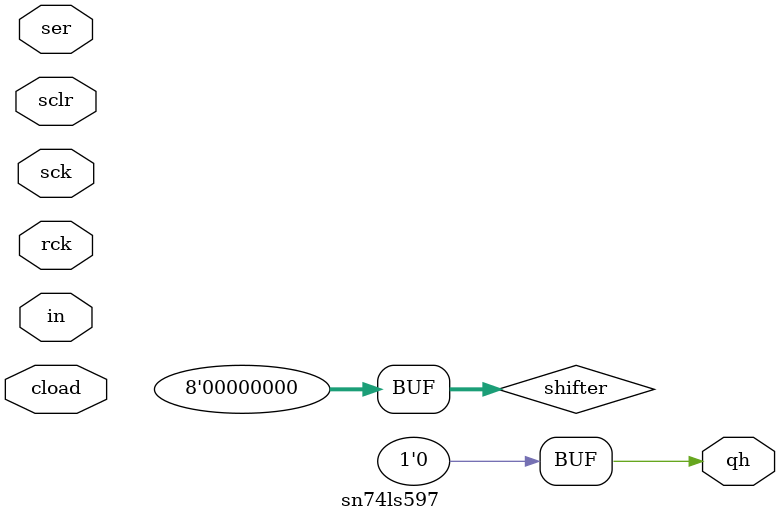
<source format=v>
module sn74ls597(qh, in, rck, sclr, sck, ser, cload);
input rck, sclr, sck, ser, cload;
input [7:0] in;
output qh;
reg [7:0] shifter, lreg;

parameter
	tPLHH_min=0, tPLHH_typ=15, tPLHH_max=23, // sck -> qh
	tPHLH_min=0, tPHLH_typ=20, tPHLH_max=30;

initial
begin
	shifter <= 8'bxxxxxxxx;
	lreg <= 8'bxxxxxxxx;
end

always @(sclr==0)
begin
	shifter <= 8'b0000000;
end

always @(posedge sck)
begin
	if (sclr==1 && sck==1)
		shifter <= { shifter[6:0], ser };
end

always @(posedge rck)
begin
	if (rck==1)
		lreg <= in;
end

always @(cload)
begin
	if (cload==0)
		shifter <= lreg;
end

assign #(tPLHH_min:tPLHH_typ:tPLHH_max, tPHLH_min:tPHLH_typ:tPHLH_max)
	qh = shifter[7];

endmodule

</source>
